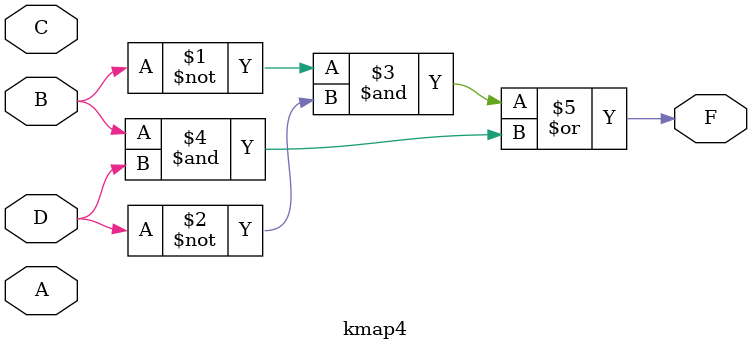
<source format=v>
module kmap2 (
    input  A,B,
    output F
);
    assign F = A ^ B;
endmodule


//======================================================
// Day 9 - Example 2: 3-variable K-map simplification
// F(A,B,C) = Σ(1,2,5,7) -> F = A'BC' + B'C + AC
//======================================================
module kmap3 (
    input  A,B,C,
    output F
);
    assign F = (~A & B & ~C) | (~B & C) | (A & C);
endmodule


//======================================================
// Day 9 - Example 3: 4-variable K-map simplification
// F(A,B,C,D) = Σ(0,2,5,7,8,10,13,15)
// Simplified: F = B'D' + BD
//======================================================
module kmap4 (
    input  A,B,C,D,
    output F
);
    assign F = (~B & ~D) | (B & D);  // F = B XNOR D
endmodule

</source>
